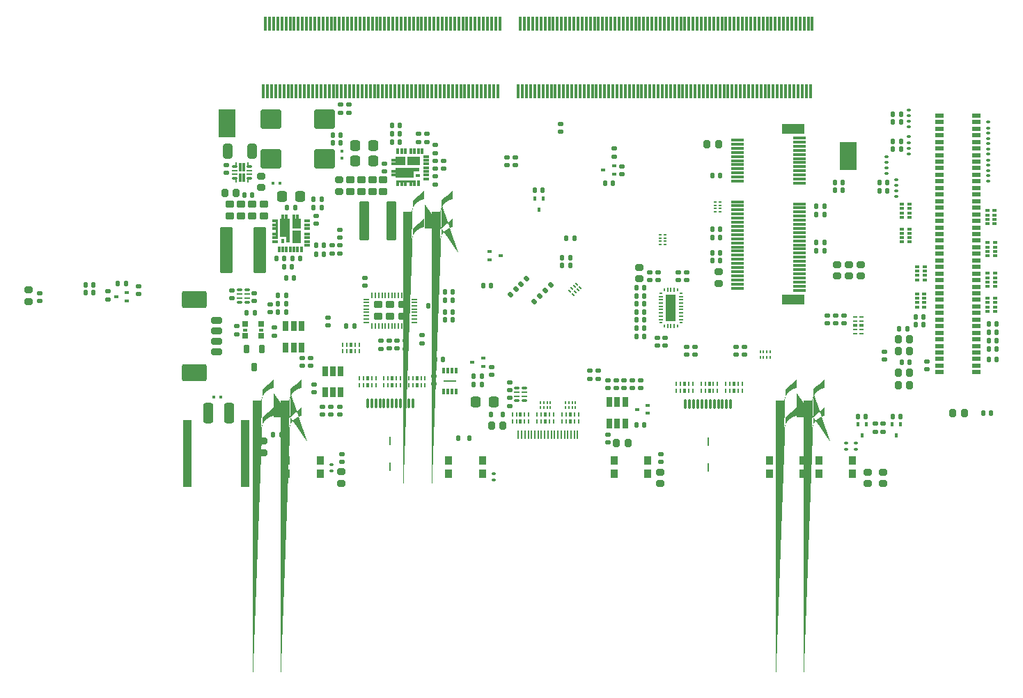
<source format=gbr>
%TF.GenerationSoftware,KiCad,Pcbnew,8.0.8*%
%TF.CreationDate,2025-02-13T16:32:42+11:00*%
%TF.ProjectId,jetson-orin-baseboard,6a657473-6f6e-42d6-9f72-696e2d626173,1.3.0*%
%TF.SameCoordinates,PX1c5f2f0PY7ac91b0*%
%TF.FileFunction,Paste,Top*%
%TF.FilePolarity,Positive*%
%FSLAX46Y46*%
G04 Gerber Fmt 4.6, Leading zero omitted, Abs format (unit mm)*
G04 Created by KiCad (PCBNEW 8.0.8) date 2025-02-13 16:32:42*
%MOMM*%
%LPD*%
G01*
G04 APERTURE LIST*
G04 Aperture macros list*
%AMRoundRect*
0 Rectangle with rounded corners*
0 $1 Rounding radius*
0 $2 $3 $4 $5 $6 $7 $8 $9 X,Y pos of 4 corners*
0 Add a 4 corners polygon primitive as box body*
4,1,4,$2,$3,$4,$5,$6,$7,$8,$9,$2,$3,0*
0 Add four circle primitives for the rounded corners*
1,1,$1+$1,$2,$3*
1,1,$1+$1,$4,$5*
1,1,$1+$1,$6,$7*
1,1,$1+$1,$8,$9*
0 Add four rect primitives between the rounded corners*
20,1,$1+$1,$2,$3,$4,$5,0*
20,1,$1+$1,$4,$5,$6,$7,0*
20,1,$1+$1,$6,$7,$8,$9,0*
20,1,$1+$1,$8,$9,$2,$3,0*%
%AMFreePoly0*
4,1,69,1.334684,1.166810,1.362274,1.139220,1.377206,1.103172,1.379127,1.083663,1.379127,0.250195,1.377206,0.230686,1.362274,0.194638,1.334684,0.167048,1.298636,0.152116,1.292905,0.152116,1.288653,0.149890,1.171476,0.123596,0.945586,0.041984,0.731769,-0.067421,0.533428,-0.202877,0.353722,-0.362228,0.195510,-0.542938,0.061310,-0.742130,-0.046742,-0.956635,-0.126925,-1.183037,
-0.152478,-1.300377,-0.152479,-1.300377,-0.154302,-1.303915,-0.167048,-1.334684,-0.173475,-1.341111,-0.176195,-1.346388,-0.183352,-1.350988,-0.194638,-1.362274,-0.212278,-1.369581,-0.219740,-1.374377,-0.224392,-1.374598,-0.230686,-1.377206,-0.250195,-1.379127,-1.083663,-1.379127,-1.097101,-1.377803,-1.098734,-1.377985,-1.099740,-1.377543,-1.103172,-1.377206,-1.139220,-1.362274,-1.142841,-1.358652,
-1.146144,-1.357205,-1.151300,-1.350193,-1.166810,-1.334684,-1.172101,-1.321908,-1.176812,-1.315504,-1.177564,-1.308720,-1.181742,-1.298636,-1.181742,-1.271076,-1.182521,-1.264056,-1.182520,-1.264056,-1.181742,-1.260294,-1.181742,-1.259618,-1.181462,-1.258943,-1.120277,-0.963088,-1.026745,-0.670328,-0.902959,-0.389021,-0.750293,-0.122284,-0.570435,0.126931,-0.365380,0.355860,-0.137398,0.561969,
0.110984,0.742973,0.377015,0.896868,0.657748,1.021949,0.950073,1.116830,1.250752,1.180461,1.255346,1.179972,1.259618,1.181742,1.298636,1.181742,1.334684,1.166810,1.334684,1.166810,$1*%
%AMFreePoly1*
4,1,5,0.300000,-0.300000,-0.300000,-0.300000,-0.300000,0.300000,0.300000,0.300000,0.300000,-0.300000,0.300000,-0.300000,$1*%
%AMFreePoly2*
4,1,15,2.200000,0.087500,0.150000,0.087500,0.150000,-0.287500,0.144291,-0.316201,0.128033,-0.340533,0.103701,-0.356791,0.075000,-0.362500,-0.075000,-0.362500,-0.103701,-0.356791,-0.128033,-0.340533,-0.144291,-0.316201,-0.150000,-0.287500,-0.150000,0.362500,2.200000,0.362500,2.200000,0.087500,2.200000,0.087500,$1*%
%AMFreePoly3*
4,1,9,1.825000,0.245000,1.175000,0.245000,1.175000,-0.500000,0.500000,-0.500000,-0.500000,-0.500000,-1.000000,-0.500000,-1.000000,0.700000,1.825000,0.700000,1.825000,0.245000,1.825000,0.245000,$1*%
G04 Aperture macros list end*
%ADD10RoundRect,0.147500X0.172500X-0.147500X0.172500X0.147500X-0.172500X0.147500X-0.172500X-0.147500X0*%
%ADD11RoundRect,0.147500X-0.147500X-0.172500X0.147500X-0.172500X0.147500X0.172500X-0.147500X0.172500X0*%
%ADD12RoundRect,0.147500X-0.172500X0.147500X-0.172500X-0.147500X0.172500X-0.147500X0.172500X0.147500X0*%
%ADD13RoundRect,0.160000X0.240000X0.340000X-0.240000X0.340000X-0.240000X-0.340000X0.240000X-0.340000X0*%
%ADD14RoundRect,0.160000X-0.240000X-0.340000X0.240000X-0.340000X0.240000X0.340000X-0.240000X0.340000X0*%
%ADD15RoundRect,0.062500X-0.062500X-0.212500X0.062500X-0.212500X0.062500X0.212500X-0.062500X0.212500X0*%
%ADD16RoundRect,0.100000X-0.100000X-0.175000X0.100000X-0.175000X0.100000X0.175000X-0.100000X0.175000X0*%
%ADD17RoundRect,0.075000X0.175000X-0.075000X0.175000X0.075000X-0.175000X0.075000X-0.175000X-0.075000X0*%
%ADD18RoundRect,0.160000X0.390000X-0.240000X0.390000X0.240000X-0.390000X0.240000X-0.390000X-0.240000X0*%
%ADD19RoundRect,0.075000X-0.175000X0.075000X-0.175000X-0.075000X0.175000X-0.075000X0.175000X0.075000X0*%
%ADD20RoundRect,0.100000X0.150000X-0.100000X0.150000X0.100000X-0.150000X0.100000X-0.150000X-0.100000X0*%
%ADD21RoundRect,0.155000X0.620000X2.645000X-0.620000X2.645000X-0.620000X-2.645000X0.620000X-2.645000X0*%
%ADD22R,0.510000X0.400000*%
%ADD23RoundRect,0.300000X-0.300000X-0.350000X0.300000X-0.350000X0.300000X0.350000X-0.300000X0.350000X0*%
%ADD24RoundRect,0.125000X0.125000X0.175000X-0.125000X0.175000X-0.125000X-0.175000X0.125000X-0.175000X0*%
%ADD25RoundRect,0.147500X0.147500X0.172500X-0.147500X0.172500X-0.147500X-0.172500X0.147500X-0.172500X0*%
%ADD26RoundRect,0.100000X-0.150000X0.100000X-0.150000X-0.100000X0.150000X-0.100000X0.150000X0.100000X0*%
%ADD27RoundRect,0.160000X-0.340000X0.240000X-0.340000X-0.240000X0.340000X-0.240000X0.340000X0.240000X0*%
%ADD28RoundRect,0.160000X0.340000X-0.240000X0.340000X0.240000X-0.340000X0.240000X-0.340000X-0.240000X0*%
%ADD29FreePoly0,0.000000*%
%ADD30FreePoly0,90.000000*%
%ADD31FreePoly0,270.000000*%
%ADD32FreePoly0,180.000000*%
%ADD33R,0.400000X0.510000*%
%ADD34RoundRect,0.081250X0.118750X0.081250X-0.118750X0.081250X-0.118750X-0.081250X0.118750X-0.081250X0*%
%ADD35R,0.900000X1.000000*%
%ADD36R,0.300000X1.750000*%
%ADD37R,2.000000X3.500000*%
%ADD38RoundRect,0.160000X-0.390000X0.240000X-0.390000X-0.240000X0.390000X-0.240000X0.390000X0.240000X0*%
%ADD39RoundRect,0.050000X-0.050000X-0.450000X0.050000X-0.450000X0.050000X0.450000X-0.050000X0.450000X0*%
%ADD40RoundRect,0.075000X-0.075000X-0.525000X0.075000X-0.525000X0.075000X0.525000X-0.075000X0.525000X0*%
%ADD41RoundRect,0.062500X-0.212500X0.062500X-0.212500X-0.062500X0.212500X-0.062500X0.212500X0.062500X0*%
%ADD42RoundRect,0.100000X-0.175000X0.100000X-0.175000X-0.100000X0.175000X-0.100000X0.175000X0.100000X0*%
%ADD43FreePoly1,270.000000*%
%ADD44R,0.600000X0.400000*%
%ADD45RoundRect,0.050000X-0.050000X-0.150000X0.050000X-0.150000X0.050000X0.150000X-0.050000X0.150000X0*%
%ADD46R,0.700000X1.200000*%
%ADD47RoundRect,0.075000X-0.075000X-0.287500X0.075000X-0.287500X0.075000X0.287500X-0.075000X0.287500X0*%
%ADD48FreePoly2,270.000000*%
%ADD49RoundRect,0.075000X-0.287500X0.075000X-0.287500X-0.075000X0.287500X-0.075000X0.287500X0.075000X0*%
%ADD50R,1.050000X1.575000*%
%ADD51R,1.050000X1.150000*%
%ADD52FreePoly3,270.000000*%
%ADD53R,0.380000X0.580000*%
%ADD54RoundRect,0.075000X-0.225000X-0.075000X0.225000X-0.075000X0.225000X0.075000X-0.225000X0.075000X0*%
%ADD55RoundRect,0.062500X-0.237500X-0.062500X0.237500X-0.062500X0.237500X0.062500X-0.237500X0.062500X0*%
%ADD56RoundRect,0.125000X-0.125000X-0.175000X0.125000X-0.175000X0.125000X0.175000X-0.125000X0.175000X0*%
%ADD57RoundRect,0.147500X-0.017678X0.226274X-0.226274X0.017678X0.017678X-0.226274X0.226274X-0.017678X0*%
%ADD58RoundRect,0.147500X0.017678X-0.226274X0.226274X-0.017678X-0.017678X0.226274X-0.226274X0.017678X0*%
%ADD59R,0.450000X0.200000*%
%ADD60R,0.500000X0.200000*%
%ADD61R,0.200000X0.450000*%
%ADD62R,0.200000X0.500000*%
%ADD63R,1.200000X3.200000*%
%ADD64RoundRect,0.233000X-1.017000X-0.932000X1.017000X-0.932000X1.017000X0.932000X-1.017000X0.932000X0*%
%ADD65RoundRect,0.081250X0.081250X-0.118750X0.081250X0.118750X-0.081250X0.118750X-0.081250X-0.118750X0*%
%ADD66RoundRect,0.090000X-0.210000X0.410000X-0.210000X-0.410000X0.210000X-0.410000X0.210000X0.410000X0*%
%ADD67RoundRect,0.075000X0.075000X0.275000X-0.075000X0.275000X-0.075000X-0.275000X0.075000X-0.275000X0*%
%ADD68RoundRect,0.050000X-0.750000X0.050000X-0.750000X-0.050000X0.750000X-0.050000X0.750000X0.050000X0*%
%ADD69RoundRect,0.200000X-0.450000X0.200000X-0.450000X-0.200000X0.450000X-0.200000X0.450000X0.200000X0*%
%ADD70RoundRect,0.250001X-1.249999X0.799999X-1.249999X-0.799999X1.249999X-0.799999X1.249999X0.799999X0*%
%ADD71RoundRect,0.081250X-0.118750X-0.081250X0.118750X-0.081250X0.118750X0.081250X-0.118750X0.081250X0*%
%ADD72RoundRect,0.050000X-0.070711X0.141421X-0.141421X0.070711X0.070711X-0.141421X0.141421X-0.070711X0*%
%ADD73RoundRect,0.050000X-0.250000X0.050000X-0.250000X-0.050000X0.250000X-0.050000X0.250000X0.050000X0*%
%ADD74RoundRect,0.050000X-0.050000X-0.250000X0.050000X-0.250000X0.050000X0.250000X-0.050000X0.250000X0*%
%ADD75RoundRect,0.050000X0.250000X-0.050000X0.250000X0.050000X-0.250000X0.050000X-0.250000X-0.050000X0*%
%ADD76RoundRect,0.050000X0.050000X0.250000X-0.050000X0.250000X-0.050000X-0.250000X0.050000X-0.250000X0*%
%ADD77RoundRect,0.040000X-0.460000X-0.360000X0.460000X-0.360000X0.460000X0.360000X-0.460000X0.360000X0*%
%ADD78R,0.230000X1.000000*%
%ADD79R,1.100000X0.500000*%
%ADD80RoundRect,0.050000X-0.150000X0.050000X-0.150000X-0.050000X0.150000X-0.050000X0.150000X0.050000X0*%
%ADD81RoundRect,0.310000X0.310000X-0.940000X0.310000X0.940000X-0.310000X0.940000X-0.310000X-0.940000X0*%
%ADD82RoundRect,0.275000X-0.275000X-3.825000X0.275000X-3.825000X0.275000X3.825000X-0.275000X3.825000X0*%
%ADD83RoundRect,0.075000X0.287500X-0.075000X0.287500X0.075000X-0.287500X0.075000X-0.287500X-0.075000X0*%
%ADD84FreePoly2,0.000000*%
%ADD85R,1.575000X1.050000*%
%ADD86R,1.150000X1.050000*%
%ADD87FreePoly3,0.000000*%
%ADD88R,0.580000X0.380000*%
%ADD89RoundRect,0.125000X0.500000X2.225000X-0.500000X2.225000X-0.500000X-2.225000X0.500000X-2.225000X0*%
%ADD90R,1.550000X0.300000*%
%ADD91R,2.750000X1.200000*%
%ADD92RoundRect,0.050000X0.250000X0.087500X-0.250000X0.087500X-0.250000X-0.087500X0.250000X-0.087500X0*%
%ADD93RoundRect,0.050000X0.062500X0.275000X-0.062500X0.275000X-0.062500X-0.275000X0.062500X-0.275000X0*%
%ADD94RoundRect,0.050000X0.090000X0.480000X-0.090000X0.480000X-0.090000X-0.480000X0.090000X-0.480000X0*%
%ADD95RoundRect,0.050000X0.250000X0.075000X-0.250000X0.075000X-0.250000X-0.075000X0.250000X-0.075000X0*%
%ADD96RoundRect,0.050000X-0.250000X-0.075000X0.250000X-0.075000X0.250000X0.075000X-0.250000X0.075000X0*%
%ADD97RoundRect,0.287500X-0.287500X-0.612500X0.287500X-0.612500X0.287500X0.612500X-0.287500X0.612500X0*%
G04 APERTURE END LIST*
D10*
%TO.C,R154*%
X2400000Y23070000D03*
X2400000Y24030000D03*
%TD*%
D11*
%TO.C,R115*%
X74920000Y23700000D03*
X75880000Y23700000D03*
%TD*%
D12*
%TO.C,R240*%
X51480000Y40100000D03*
X51480000Y39140000D03*
%TD*%
D13*
%TO.C,C74*%
X73900000Y5800000D03*
X72500000Y5800000D03*
%TD*%
D10*
%TO.C,R223*%
X104950000Y7170000D03*
X104950000Y8130000D03*
%TD*%
D14*
%TO.C,R233*%
X106750000Y18450000D03*
X108150000Y18450000D03*
%TD*%
D12*
%TO.C,C57*%
X38850000Y10230000D03*
X38850000Y9270000D03*
%TD*%
D13*
%TO.C,R235*%
X108150000Y14350000D03*
X106750000Y14350000D03*
%TD*%
D15*
%TO.C,U13*%
X39250000Y16995531D03*
X39750000Y16995531D03*
D16*
X40250000Y16995531D03*
D15*
X40748000Y16995531D03*
X41248000Y16995531D03*
X41248000Y17767531D03*
X40748000Y17767531D03*
D16*
X40250000Y17767531D03*
D15*
X39750000Y17767531D03*
X39250000Y17767531D03*
%TD*%
D17*
%TO.C,D61*%
X57550000Y1349000D03*
X57550000Y2049000D03*
%TD*%
D18*
%TO.C,C120*%
X26890000Y33420000D03*
X26890000Y34820000D03*
%TD*%
D19*
%TO.C,D40*%
X117700000Y40901000D03*
X117700000Y40201000D03*
%TD*%
D12*
%TO.C,R47*%
X73200000Y39430000D03*
X73200000Y38470000D03*
%TD*%
D20*
%TO.C,R53*%
X108100000Y30228000D03*
X108100000Y30758000D03*
X108100000Y31300000D03*
X108100000Y31830000D03*
X107198000Y31830000D03*
X107198000Y31300000D03*
X107198000Y30758000D03*
X107198000Y30228000D03*
%TD*%
D15*
%TO.C,U15*%
X41250000Y12863000D03*
X41750000Y12863000D03*
D16*
X42250000Y12863000D03*
D15*
X42748000Y12863000D03*
X43248000Y12863000D03*
X43248000Y13635000D03*
X42748000Y13635000D03*
D16*
X42250000Y13635000D03*
D15*
X41750000Y13635000D03*
X41250000Y13635000D03*
%TD*%
D14*
%TO.C,R248*%
X113400000Y9450000D03*
X114800000Y9450000D03*
%TD*%
D12*
%TO.C,R232*%
X70300000Y14580000D03*
X70300000Y13620000D03*
%TD*%
D11*
%TO.C,C36*%
X49670000Y22500000D03*
X50630000Y22500000D03*
%TD*%
D12*
%TO.C,C75*%
X71450000Y6830000D03*
X71450000Y5870000D03*
%TD*%
D10*
%TO.C,C73*%
X71450000Y12470000D03*
X71450000Y13430000D03*
%TD*%
D21*
%TO.C,L4*%
X29150000Y29265000D03*
X25100000Y29265000D03*
%TD*%
D22*
%TO.C,Q17*%
X13009000Y23065000D03*
X13009000Y24063000D03*
X11707000Y23565000D03*
%TD*%
D20*
%TO.C,R26*%
X108100000Y33238000D03*
X108100000Y33768000D03*
X108100000Y34310000D03*
X108100000Y34840000D03*
X107198000Y34840000D03*
X107198000Y34310000D03*
X107198000Y33768000D03*
X107198000Y33238000D03*
%TD*%
D22*
%TO.C,Q2*%
X57100000Y29050000D03*
X57100000Y28052000D03*
X58402000Y28550000D03*
%TD*%
D12*
%TO.C,R125*%
X80050000Y26580000D03*
X80050000Y25620000D03*
%TD*%
D11*
%TO.C,R173*%
X45190000Y44410000D03*
X46150000Y44410000D03*
%TD*%
D23*
%TO.C,C152*%
X31830000Y35800000D03*
X34030000Y35800000D03*
%TD*%
D15*
%TO.C,U46*%
X59850000Y8463000D03*
X60350000Y8463000D03*
D16*
X60850000Y8463000D03*
D15*
X61348000Y8463000D03*
X61848000Y8463000D03*
X61848000Y9235000D03*
X61348000Y9235000D03*
D16*
X60850000Y9235000D03*
D15*
X60350000Y9235000D03*
X59850000Y9235000D03*
%TD*%
D11*
%TO.C,R55*%
X108870000Y21150000D03*
X109830000Y21150000D03*
%TD*%
D12*
%TO.C,R242*%
X69300000Y14580000D03*
X69300000Y13620000D03*
%TD*%
D10*
%TO.C,C71*%
X82050000Y16520000D03*
X82050000Y17480000D03*
%TD*%
D24*
%TO.C,D38*%
X58651000Y9250000D03*
X57251000Y9250000D03*
%TD*%
D25*
%TO.C,R336*%
X118730000Y17250000D03*
X117770000Y17250000D03*
%TD*%
D26*
%TO.C,R100*%
X117650000Y30152000D03*
X117650000Y29622000D03*
X117650000Y29080000D03*
X117650000Y28550000D03*
X118552000Y28550000D03*
X118552000Y29080000D03*
X118552000Y29622000D03*
X118552000Y30152000D03*
%TD*%
D12*
%TO.C,C102*%
X36000000Y33410000D03*
X36000000Y32450000D03*
%TD*%
D19*
%TO.C,D46*%
X117700000Y43501000D03*
X117700000Y42801000D03*
%TD*%
D27*
%TO.C,D53*%
X29550000Y4650000D03*
X29550000Y6050000D03*
%TD*%
D28*
%TO.C,C66*%
X75300000Y25750000D03*
X75300000Y27150000D03*
%TD*%
D29*
%TO.C,H2*%
X93075000Y12337500D03*
D30*
X93075000Y8937500D03*
D31*
X96475000Y12337500D03*
D32*
X96475000Y8937500D03*
%TD*%
D12*
%TO.C,R250*%
X26350000Y19980000D03*
X26350000Y19020000D03*
%TD*%
D33*
%TO.C,Q3*%
X63600000Y35500000D03*
X62602000Y35500000D03*
X63100000Y34198000D03*
%TD*%
D17*
%TO.C,D56*%
X100440000Y5059000D03*
X100440000Y5759000D03*
%TD*%
D34*
%TO.C,D28*%
X24413000Y11350000D03*
X23539000Y11350000D03*
%TD*%
D10*
%TO.C,R177*%
X49480000Y42390000D03*
X49480000Y43350000D03*
%TD*%
D25*
%TO.C,C9*%
X97780000Y34550000D03*
X96820000Y34550000D03*
%TD*%
D15*
%TO.C,U45*%
X62875000Y8463000D03*
X63375000Y8463000D03*
D16*
X63875000Y8463000D03*
D15*
X64373000Y8463000D03*
X64873000Y8463000D03*
X64873000Y9235000D03*
X64373000Y9235000D03*
D16*
X63875000Y9235000D03*
D15*
X63375000Y9235000D03*
X62875000Y9235000D03*
%TD*%
D12*
%TO.C,C37*%
X48870000Y18890000D03*
X48870000Y17930000D03*
%TD*%
%TO.C,C121*%
X44320000Y39790000D03*
X44320000Y38830000D03*
%TD*%
D23*
%TO.C,FB4*%
X55400000Y10800000D03*
X57600000Y10800000D03*
%TD*%
D35*
%TO.C,S2*%
X95198000Y2050000D03*
X91100000Y2050000D03*
X95198000Y3652000D03*
X91100000Y3652000D03*
%TD*%
D11*
%TO.C,R200*%
X74924938Y18750000D03*
X75884938Y18750000D03*
%TD*%
%TO.C,C114*%
X117770000Y15960000D03*
X118730000Y15960000D03*
%TD*%
D12*
%TO.C,R186*%
X98150000Y21330000D03*
X98150000Y20370000D03*
%TD*%
D36*
%TO.C,J15*%
X96325000Y56753500D03*
X96075000Y48553500D03*
X95825000Y56753500D03*
X95575000Y48553500D03*
X95325000Y56753500D03*
X95075000Y48553500D03*
X94826000Y56753500D03*
X94576000Y48553500D03*
X94326000Y56753500D03*
X94076000Y48553500D03*
X93826000Y56753500D03*
X93576000Y48553500D03*
X93326000Y56753500D03*
X93076000Y48553500D03*
X92826000Y56753500D03*
X92576000Y48553500D03*
X92326000Y56753500D03*
X92076000Y48553500D03*
X91826000Y56753500D03*
X91576000Y48553500D03*
X91326000Y56753500D03*
X91076000Y48553500D03*
X90826000Y56753500D03*
X90576000Y48553500D03*
X90326000Y56753500D03*
X90076000Y48553500D03*
X89826000Y56753500D03*
X89576000Y48553500D03*
X89326000Y56753500D03*
X89076000Y48553500D03*
X88826000Y56753500D03*
X88576000Y48553500D03*
X88326000Y56753500D03*
X88076000Y48553500D03*
X87826000Y56753500D03*
X87576000Y48553500D03*
X87326000Y56753500D03*
X87076000Y48553500D03*
X86826000Y56753500D03*
X86576000Y48553500D03*
X86326000Y56753500D03*
X86076000Y48553500D03*
X85826000Y56753500D03*
X85576000Y48553500D03*
X85326000Y56753500D03*
X85076000Y48553500D03*
X84826000Y56753500D03*
X84576000Y48553500D03*
X84326000Y56753500D03*
X84076000Y48553500D03*
X83826000Y56753500D03*
X83576000Y48553500D03*
X83326000Y56753500D03*
X83076000Y48553500D03*
X82826000Y56753500D03*
X82576000Y48553500D03*
X82326000Y56753500D03*
X82076000Y48553500D03*
X81826000Y56753500D03*
X81576000Y48553500D03*
X81326000Y56753500D03*
X81076000Y48553500D03*
X80826000Y56753500D03*
X80576000Y48553500D03*
X80326000Y56753500D03*
X80076000Y48553500D03*
X79826000Y56753500D03*
X79576000Y48553500D03*
X79326000Y56753500D03*
X79076000Y48553500D03*
X78826000Y56753500D03*
X78576000Y48553500D03*
X78326000Y56753500D03*
X78076000Y48553500D03*
X77826000Y56753500D03*
X77576000Y48553500D03*
X77326000Y56753500D03*
X77076000Y48553500D03*
X76826000Y56753500D03*
X76576000Y48553500D03*
X76326000Y56753500D03*
X76076000Y48553500D03*
X75826000Y56753500D03*
X75576000Y48553500D03*
X75326000Y56753500D03*
X75076000Y48553500D03*
X74826000Y56753500D03*
X74576000Y48553500D03*
X74326000Y56753500D03*
X74076000Y48553500D03*
X73826000Y56753500D03*
X73576000Y48553500D03*
X73326000Y56753500D03*
X73076000Y48553500D03*
X72826000Y56753500D03*
X72576000Y48553500D03*
X72326000Y56753500D03*
X72076000Y48553500D03*
X71826000Y56753500D03*
X71576000Y48553500D03*
X71326000Y56753500D03*
X71076000Y48553500D03*
X70825000Y56753500D03*
X70575000Y48553500D03*
X70325000Y56753500D03*
X70075000Y48553500D03*
X69825000Y56753500D03*
X69575000Y48553500D03*
X69325000Y56753500D03*
X69075000Y48553500D03*
X68825000Y56753500D03*
X68575000Y48553500D03*
X68325000Y56753500D03*
X68076000Y48553500D03*
X67826000Y56753500D03*
X67576000Y48553500D03*
X67326000Y56753500D03*
X67076000Y48553500D03*
X66826000Y56753500D03*
X66576000Y48553500D03*
X66326000Y56753500D03*
X66076000Y48553500D03*
X65826000Y56753500D03*
X65576000Y48553500D03*
X65326000Y56753500D03*
X65076000Y48553500D03*
X64826000Y56753500D03*
X64576000Y48553500D03*
X64326000Y56753500D03*
X64076000Y48553500D03*
X63825000Y56753500D03*
X63575000Y48553500D03*
X63325000Y56753500D03*
X63075000Y48553500D03*
X62825000Y56753500D03*
X62576000Y48553500D03*
X62326000Y56753500D03*
X62076000Y48553500D03*
X61825000Y56753500D03*
X61575000Y48553500D03*
X61325000Y56753500D03*
X61075000Y48553500D03*
X60826000Y56753500D03*
X60576000Y48553500D03*
X58326000Y56753500D03*
X58076000Y48553500D03*
X57826000Y56753500D03*
X57576000Y48553500D03*
X57326000Y56753500D03*
X57076000Y48553500D03*
X56826000Y56753500D03*
X56576000Y48553500D03*
X56326000Y56753500D03*
X56076000Y48553500D03*
X55826000Y56753500D03*
X55576000Y48553500D03*
X55326000Y56753500D03*
X55076000Y48553500D03*
X54825000Y56753500D03*
X54575000Y48553500D03*
X54325000Y56753500D03*
X54075000Y48553500D03*
X53825000Y56753500D03*
X53575000Y48553500D03*
X53325000Y56753500D03*
X53075000Y48553500D03*
X52825000Y56753500D03*
X52575000Y48553500D03*
X52325000Y56753500D03*
X52075000Y48553500D03*
X51825000Y56753500D03*
X51575000Y48553500D03*
X51325000Y56753500D03*
X51075000Y48553500D03*
X50825000Y56753500D03*
X50575000Y48553500D03*
X50325000Y56753500D03*
X50075000Y48553500D03*
X49825000Y56753500D03*
X49575000Y48553500D03*
X49325000Y56753500D03*
X49075000Y48553500D03*
X48825000Y56753500D03*
X48575000Y48553500D03*
X48325000Y56753500D03*
X48075000Y48553500D03*
X47825000Y56753500D03*
X47575000Y48553500D03*
X47325000Y56753500D03*
X47075000Y48553500D03*
X46826000Y56753500D03*
X46576000Y48553500D03*
X46326000Y56753500D03*
X46076000Y48553500D03*
X45826000Y56753500D03*
X45576000Y48553500D03*
X45326000Y56753500D03*
X45076000Y48553500D03*
X44826000Y56753500D03*
X44576000Y48553500D03*
X44326000Y56753500D03*
X44076000Y48553500D03*
X43826000Y56753500D03*
X43576000Y48553500D03*
X43326000Y56753500D03*
X43076000Y48553500D03*
X42826000Y56753500D03*
X42576000Y48553500D03*
X42326000Y56753500D03*
X42076000Y48553500D03*
X41826000Y56753500D03*
X41576000Y48553500D03*
X41326000Y56753500D03*
X41076000Y48553500D03*
X40826000Y56753500D03*
X40576000Y48553500D03*
X40326000Y56753500D03*
X40076000Y48553500D03*
X39826000Y56753500D03*
X39576000Y48553500D03*
X39326000Y56753500D03*
X39076000Y48553500D03*
X38826000Y56753500D03*
X38576000Y48553500D03*
X38326000Y56753500D03*
X38076000Y48553500D03*
X37826000Y56753500D03*
X37576000Y48553500D03*
X37326000Y56753500D03*
X37076000Y48553500D03*
X36826000Y56753500D03*
X36576000Y48553500D03*
X36326000Y56753500D03*
X36076000Y48553500D03*
X35826000Y56753500D03*
X35576000Y48553500D03*
X35326000Y56753500D03*
X35076000Y48553500D03*
X34826000Y56753500D03*
X34576000Y48553500D03*
X34326000Y56753500D03*
X34076000Y48553500D03*
X33826000Y56753500D03*
X33576000Y48553500D03*
X33326000Y56753500D03*
X33076000Y48553500D03*
X32826000Y56753500D03*
X32576000Y48553500D03*
X32326000Y56753500D03*
X32076000Y48553500D03*
X31826000Y56753500D03*
X31576000Y48553500D03*
X31326000Y56753500D03*
X31076000Y48553500D03*
X30825000Y56753500D03*
X30575000Y48553500D03*
X30325000Y56753500D03*
X30075000Y48553500D03*
X29825000Y56753500D03*
X29575000Y48553500D03*
D37*
X25200000Y44654500D03*
X100700000Y40654500D03*
%TD*%
D22*
%TO.C,Q1*%
X72200000Y38500000D03*
X72200000Y39498000D03*
X70898000Y39000000D03*
%TD*%
D19*
%TO.C,D48*%
X108050000Y44951000D03*
X108050000Y44251000D03*
%TD*%
D11*
%TO.C,R49*%
X71120000Y37350000D03*
X72080000Y37350000D03*
%TD*%
%TO.C,R237*%
X35680000Y34400000D03*
X36640000Y34400000D03*
%TD*%
D25*
%TO.C,C35*%
X33280000Y25825000D03*
X32320000Y25825000D03*
%TD*%
D29*
%TO.C,SP7*%
X47800000Y35300000D03*
D30*
X47800000Y31900000D03*
D31*
X51200000Y35300000D03*
D32*
X51200000Y31900000D03*
%TD*%
D11*
%TO.C,C125*%
X45190000Y42410000D03*
X46150000Y42410000D03*
%TD*%
D17*
%TO.C,D19*%
X106520000Y37139000D03*
X106520000Y37839000D03*
%TD*%
D25*
%TO.C,C112*%
X107080000Y45800000D03*
X106120000Y45800000D03*
%TD*%
D38*
%TO.C,C126*%
X41500000Y37780000D03*
X41500000Y36380000D03*
%TD*%
D25*
%TO.C,C55*%
X40630000Y20050000D03*
X39670000Y20050000D03*
%TD*%
D39*
%TO.C,J5*%
X83650080Y5970000D03*
X83650080Y2870000D03*
D40*
X80900080Y10550000D03*
X81400080Y10550000D03*
X81900080Y10550000D03*
X82400080Y10550000D03*
X82900080Y10550000D03*
X83400080Y10550000D03*
X83900080Y10550000D03*
X84400080Y10550000D03*
X84900080Y10550000D03*
X85400080Y10550000D03*
X85900080Y10550000D03*
X86400080Y10550000D03*
%TD*%
D10*
%TO.C,C164*%
X59550000Y10320000D03*
X59550000Y11280000D03*
%TD*%
%TO.C,R137*%
X73450000Y12470000D03*
X73450000Y13430000D03*
%TD*%
D12*
%TO.C,R39*%
X100150000Y21330000D03*
X100150000Y20370000D03*
%TD*%
D25*
%TO.C,R116*%
X75880000Y24650000D03*
X74920000Y24650000D03*
%TD*%
D12*
%TO.C,C61*%
X46850000Y18230000D03*
X46850000Y17270000D03*
%TD*%
D38*
%TO.C,C128*%
X42825000Y37780000D03*
X42825000Y36380000D03*
%TD*%
D12*
%TO.C,R277*%
X60200000Y40530000D03*
X60200000Y39570000D03*
%TD*%
%TO.C,R2*%
X38990000Y46920000D03*
X38990000Y45960000D03*
%TD*%
D25*
%TO.C,R14*%
X97780000Y29200000D03*
X96820000Y29200000D03*
%TD*%
%TO.C,R52*%
X100030000Y36550000D03*
X99070000Y36550000D03*
%TD*%
D11*
%TO.C,R120*%
X117770000Y20250000D03*
X118730000Y20250000D03*
%TD*%
D25*
%TO.C,R20*%
X100030000Y37500000D03*
X99070000Y37500000D03*
%TD*%
%TO.C,C113*%
X105440000Y37440000D03*
X104480000Y37440000D03*
%TD*%
D11*
%TO.C,R27*%
X84170000Y30750000D03*
X85130000Y30750000D03*
%TD*%
%TO.C,R62*%
X108870000Y20150000D03*
X109830000Y20150000D03*
%TD*%
D25*
%TO.C,C141*%
X52630000Y23150000D03*
X51670000Y23150000D03*
%TD*%
D19*
%TO.C,D42*%
X108050000Y41651000D03*
X108050000Y40951000D03*
%TD*%
D25*
%TO.C,R31*%
X85130000Y27950000D03*
X84170000Y27950000D03*
%TD*%
D41*
%TO.C,U30*%
X101563000Y21100000D03*
X101563000Y20600000D03*
D42*
X101563000Y20100000D03*
D41*
X101563000Y19602000D03*
X101563000Y19102000D03*
X102335000Y19102000D03*
X102335000Y19602000D03*
D42*
X102335000Y20100000D03*
D41*
X102335000Y20600000D03*
X102335000Y21100000D03*
%TD*%
D43*
%TO.C,Q13*%
X27402000Y20302000D03*
D44*
X27402000Y19552000D03*
D43*
X27402000Y18805000D03*
X29301000Y18805000D03*
D44*
X29301000Y19552000D03*
D43*
X29301000Y20302000D03*
%TD*%
D12*
%TO.C,C155*%
X50480000Y38190000D03*
X50480000Y37230000D03*
%TD*%
%TO.C,C157*%
X38920000Y29810000D03*
X38920000Y28850000D03*
%TD*%
D13*
%TO.C,C11*%
X84900000Y42100000D03*
X83500000Y42100000D03*
%TD*%
D10*
%TO.C,C67*%
X76550000Y25620000D03*
X76550000Y26580000D03*
%TD*%
D25*
%TO.C,C110*%
X107080000Y44800000D03*
X106120000Y44800000D03*
%TD*%
D11*
%TO.C,R228*%
X62570000Y36550000D03*
X63530000Y36550000D03*
%TD*%
D35*
%TO.C,S3*%
X101198000Y2050000D03*
X97100000Y2050000D03*
X101198000Y3652000D03*
X97100000Y3652000D03*
%TD*%
D12*
%TO.C,R264*%
X48420000Y43350000D03*
X48420000Y42390000D03*
%TD*%
%TO.C,R144*%
X30400000Y22680000D03*
X30400000Y21720000D03*
%TD*%
D17*
%TO.C,D45*%
X117700000Y44099000D03*
X117700000Y44799000D03*
%TD*%
D25*
%TO.C,C143*%
X52630000Y21750000D03*
X51670000Y21750000D03*
%TD*%
%TO.C,R163*%
X67380000Y30700000D03*
X66420000Y30700000D03*
%TD*%
D19*
%TO.C,D21*%
X106520000Y36471000D03*
X106520000Y35771000D03*
%TD*%
D45*
%TO.C,R21*%
X89996800Y16252000D03*
X90394800Y16252000D03*
X90796800Y16252000D03*
X91194800Y16252000D03*
X91194800Y16850000D03*
X90796800Y16850000D03*
X90394800Y16850000D03*
X89996800Y16850000D03*
%TD*%
D10*
%TO.C,C44*%
X28430000Y23060000D03*
X28430000Y24020000D03*
%TD*%
D11*
%TO.C,R269*%
X35980000Y28760000D03*
X36940000Y28760000D03*
%TD*%
D25*
%TO.C,R32*%
X85130000Y38350000D03*
X84170000Y38350000D03*
%TD*%
D46*
%TO.C,U12*%
X38967000Y14551000D03*
X38016000Y14551000D03*
X37066000Y14551000D03*
X37066000Y11951000D03*
X38016000Y11951000D03*
X38967000Y11951000D03*
%TD*%
D20*
%TO.C,R63*%
X109950000Y22348000D03*
X109950000Y22878000D03*
X109950000Y23420000D03*
X109950000Y23950000D03*
X109048000Y23950000D03*
X109048000Y23420000D03*
X109048000Y22878000D03*
X109048000Y22348000D03*
%TD*%
D28*
%TO.C,D1*%
X102250000Y27500000D03*
X102250000Y26100000D03*
%TD*%
D35*
%TO.C,S1*%
X72202000Y3650000D03*
X76300000Y3650000D03*
X72202000Y2048000D03*
X76300000Y2048000D03*
%TD*%
%TO.C,S5*%
X52102000Y3650000D03*
X56200000Y3650000D03*
X52102000Y2048000D03*
X56200000Y2048000D03*
%TD*%
D25*
%TO.C,C93*%
X34040000Y28230000D03*
X33080000Y28230000D03*
%TD*%
D28*
%TO.C,D52*%
X100800000Y27500000D03*
X100800000Y26100000D03*
%TD*%
D47*
%TO.C,U1*%
X33745000Y33255000D03*
X33295000Y33255000D03*
X32395000Y33255000D03*
X31945000Y33255000D03*
D48*
X30980000Y32790000D03*
D49*
X30980000Y32340000D03*
X30980000Y31890000D03*
X30980000Y31190000D03*
X30980000Y30740000D03*
X30985000Y30290000D03*
D47*
X31495000Y29375000D03*
X31945000Y29375000D03*
X32395000Y29375000D03*
X32845000Y29375000D03*
X33295000Y29375000D03*
X33745000Y29375000D03*
X34195000Y29375000D03*
D49*
X34860000Y29840000D03*
X34860000Y30290000D03*
X34860000Y30740000D03*
X34860000Y31190000D03*
X34860000Y31890000D03*
X34860000Y32340000D03*
X34860000Y32790000D03*
D50*
X33670000Y30825000D03*
D51*
X33670000Y32490000D03*
D52*
X32145000Y32065000D03*
D53*
X31930000Y30330000D03*
%TD*%
D54*
%TO.C,U43*%
X61300000Y11000000D03*
D55*
X61300000Y11500000D03*
X61300000Y12000000D03*
D54*
X61300000Y12500000D03*
X60400000Y12500000D03*
D55*
X60400000Y12000000D03*
X60400000Y11500000D03*
D54*
X60400000Y11000000D03*
%TD*%
D12*
%TO.C,C63*%
X45850000Y18262531D03*
X45850000Y17302531D03*
%TD*%
%TO.C,R66*%
X105100000Y16930000D03*
X105100000Y15970000D03*
%TD*%
D56*
%TO.C,D63*%
X53259000Y6350000D03*
X54659000Y6350000D03*
%TD*%
D57*
%TO.C,R220*%
X61609411Y25809411D03*
X60930589Y25130589D03*
%TD*%
D10*
%TO.C,R118*%
X78425000Y17645000D03*
X78425000Y18605000D03*
%TD*%
D18*
%TO.C,C129*%
X28250000Y33420000D03*
X28250000Y34820000D03*
%TD*%
D15*
%TO.C,U19*%
X85800000Y12184251D03*
X86300000Y12184251D03*
D16*
X86800000Y12184251D03*
D15*
X87298000Y12184251D03*
X87798000Y12184251D03*
X87798000Y12956251D03*
X87298000Y12956251D03*
D16*
X86800000Y12956251D03*
D15*
X86300000Y12956251D03*
X85800000Y12956251D03*
%TD*%
D29*
%TO.C,H1*%
X29475000Y12350000D03*
D30*
X29475000Y8950000D03*
D31*
X32875000Y12350000D03*
D32*
X32875000Y8950000D03*
%TD*%
D11*
%TO.C,R76*%
X31370000Y23750000D03*
X32330000Y23750000D03*
%TD*%
D12*
%TO.C,R185*%
X14391000Y24836000D03*
X14391000Y23876000D03*
%TD*%
D15*
%TO.C,U44*%
X65925000Y8463000D03*
X66425000Y8463000D03*
D16*
X66925000Y8463000D03*
D15*
X67423000Y8463000D03*
X67923000Y8463000D03*
X67923000Y9235000D03*
X67423000Y9235000D03*
D16*
X66925000Y9235000D03*
D15*
X66425000Y9235000D03*
X65925000Y9235000D03*
%TD*%
D11*
%TO.C,R159*%
X32090000Y27230000D03*
X33050000Y27230000D03*
%TD*%
D12*
%TO.C,R158*%
X35300000Y16130000D03*
X35300000Y15170000D03*
%TD*%
D58*
%TO.C,R209*%
X62500589Y23000589D03*
X63179411Y23679411D03*
%TD*%
D11*
%TO.C,R203*%
X74924938Y22705000D03*
X75884938Y22705000D03*
%TD*%
D59*
%TO.C,U17*%
X77907938Y24014000D03*
D60*
X77936938Y23615000D03*
X77936938Y23215000D03*
X77936938Y22814000D03*
X77936938Y22415000D03*
X77936938Y22014000D03*
X77936938Y21615000D03*
X77936938Y21215000D03*
X77936938Y20814000D03*
D59*
X77907938Y20415000D03*
D61*
X78335938Y20014000D03*
D62*
X78736938Y20014000D03*
X79136938Y20014000D03*
X79535938Y20014000D03*
D61*
X79936938Y20014000D03*
D59*
X80361938Y20415000D03*
D60*
X80335938Y20814000D03*
X80335938Y21215000D03*
X80335938Y21615000D03*
X80335938Y22014000D03*
X80335938Y22415000D03*
X80335938Y22814000D03*
X80335938Y23215000D03*
X80335938Y23615000D03*
D59*
X80361938Y24014000D03*
D61*
X79936938Y24415000D03*
D62*
X79535938Y24415000D03*
X79136938Y24415000D03*
X78736938Y24415000D03*
D61*
X78335938Y24415000D03*
D63*
X79136938Y22215000D03*
%TD*%
D12*
%TO.C,C123*%
X50480000Y40100000D03*
X50480000Y39140000D03*
%TD*%
%TO.C,R139*%
X72450000Y13430000D03*
X72450000Y12470000D03*
%TD*%
D14*
%TO.C,R172*%
X24890000Y36160000D03*
X26290000Y36160000D03*
%TD*%
D54*
%TO.C,U33*%
X27600000Y22900000D03*
D55*
X27600000Y23400000D03*
X27600000Y23900000D03*
D54*
X27600000Y24400000D03*
X26700000Y24400000D03*
D55*
X26700000Y23900000D03*
X26700000Y23400000D03*
D54*
X26700000Y22900000D03*
%TD*%
D25*
%TO.C,C109*%
X107080000Y41500000D03*
X106120000Y41500000D03*
%TD*%
D28*
%TO.C,D27*%
X103050000Y2250000D03*
X103050000Y850000D03*
%TD*%
D64*
%TO.C,C2*%
X30505000Y40320000D03*
X37005000Y40320000D03*
%TD*%
D20*
%TO.C,R54*%
X110000000Y25648000D03*
X110000000Y26178000D03*
X110000000Y26720000D03*
X110000000Y27250000D03*
X109098000Y27250000D03*
X109098000Y26720000D03*
X109098000Y26178000D03*
X109098000Y25648000D03*
%TD*%
D25*
%TO.C,R208*%
X57280000Y24950000D03*
X56320000Y24950000D03*
%TD*%
D11*
%TO.C,R138*%
X74920000Y8000000D03*
X75880000Y8000000D03*
%TD*%
D25*
%TO.C,R229*%
X12845000Y25209000D03*
X11885000Y25209000D03*
%TD*%
%TO.C,R29*%
X85130000Y31750000D03*
X84170000Y31750000D03*
%TD*%
D11*
%TO.C,R201*%
X74924938Y19750000D03*
X75884938Y19750000D03*
%TD*%
D25*
%TO.C,C140*%
X52630000Y20750000D03*
X51670000Y20750000D03*
%TD*%
D17*
%TO.C,D41*%
X108050000Y42329000D03*
X108050000Y43029000D03*
%TD*%
D28*
%TO.C,D51*%
X99350000Y27500000D03*
X99350000Y26100000D03*
%TD*%
D18*
%TO.C,C103*%
X25530000Y33420000D03*
X25530000Y34820000D03*
%TD*%
D12*
%TO.C,C107*%
X110250000Y15745000D03*
X110250000Y14785000D03*
%TD*%
D17*
%TO.C,D39*%
X117700000Y41499000D03*
X117700000Y42199000D03*
%TD*%
D45*
%TO.C,R35*%
X66325000Y10152000D03*
X66723000Y10152000D03*
X67125000Y10152000D03*
X67523000Y10152000D03*
X67523000Y10750000D03*
X67125000Y10750000D03*
X66723000Y10750000D03*
X66325000Y10750000D03*
%TD*%
D46*
%TO.C,U18*%
X71653000Y8199000D03*
X72604000Y8199000D03*
X73554000Y8199000D03*
X73554000Y10799000D03*
X72604000Y10799000D03*
X71653000Y10799000D03*
%TD*%
D11*
%TO.C,R78*%
X31370000Y21750000D03*
X32330000Y21750000D03*
%TD*%
D27*
%TO.C,R182*%
X29340000Y38250000D03*
X29340000Y36850000D03*
%TD*%
D65*
%TO.C,D33*%
X39150000Y40387000D03*
X39150000Y41261000D03*
%TD*%
D13*
%TO.C,R247*%
X108150000Y12850000D03*
X106750000Y12850000D03*
%TD*%
D12*
%TO.C,R4*%
X39940000Y46920000D03*
X39940000Y45960000D03*
%TD*%
D23*
%TO.C,C122*%
X40730000Y41930000D03*
X42930000Y41930000D03*
%TD*%
D25*
%TO.C,R335*%
X118730000Y18250000D03*
X117770000Y18250000D03*
%TD*%
%TO.C,C144*%
X52630000Y24150000D03*
X51670000Y24150000D03*
%TD*%
D11*
%TO.C,C106*%
X107170000Y15650000D03*
X108130000Y15650000D03*
%TD*%
D22*
%TO.C,Q4*%
X76300000Y9400000D03*
X76300000Y10398000D03*
X74998000Y9900000D03*
%TD*%
D28*
%TO.C,D15*%
X1025000Y24425000D03*
X1025000Y23025000D03*
%TD*%
D11*
%TO.C,R176*%
X45190000Y43410000D03*
X46150000Y43410000D03*
%TD*%
D66*
%TO.C,Q15*%
X29401000Y17250000D03*
X27501000Y17250000D03*
X28450500Y15050000D03*
%TD*%
D26*
%TO.C,R101*%
X117650000Y26432000D03*
X117650000Y25902000D03*
X117650000Y25360000D03*
X117650000Y24830000D03*
X118552000Y24830000D03*
X118552000Y25360000D03*
X118552000Y25902000D03*
X118552000Y26432000D03*
%TD*%
D17*
%TO.C,D43*%
X105350000Y39929000D03*
X105350000Y40629000D03*
%TD*%
D67*
%TO.C,U7*%
X53020000Y14623000D03*
X52520000Y14623000D03*
X52022000Y14623000D03*
X51522000Y14623000D03*
X51522000Y12074000D03*
X52022000Y12074000D03*
X52520000Y12074000D03*
X53020000Y12074000D03*
D68*
X52270000Y13350000D03*
%TD*%
D12*
%TO.C,R119*%
X77550000Y26580000D03*
X77550000Y25620000D03*
%TD*%
%TO.C,R293*%
X57300000Y15030000D03*
X57300000Y14070000D03*
%TD*%
D11*
%TO.C,C105*%
X106885000Y19700000D03*
X107845000Y19700000D03*
%TD*%
D10*
%TO.C,R169*%
X37920000Y28850000D03*
X37920000Y29810000D03*
%TD*%
D15*
%TO.C,U21*%
X82800000Y12184251D03*
X83300000Y12184251D03*
D16*
X83800000Y12184251D03*
D15*
X84298000Y12184251D03*
X84798000Y12184251D03*
X84798000Y12956251D03*
X84298000Y12956251D03*
D16*
X83800000Y12956251D03*
D15*
X83300000Y12956251D03*
X82800000Y12956251D03*
%TD*%
D10*
%TO.C,R99*%
X36750000Y9270000D03*
X36750000Y10230000D03*
%TD*%
D12*
%TO.C,R124*%
X81050000Y26580000D03*
X81050000Y25620000D03*
%TD*%
D11*
%TO.C,C115*%
X117070000Y9450000D03*
X118030000Y9450000D03*
%TD*%
D10*
%TO.C,R140*%
X77890000Y3470000D03*
X77890000Y4430000D03*
%TD*%
D12*
%TO.C,C45*%
X30950000Y19830000D03*
X30950000Y18870000D03*
%TD*%
D27*
%TO.C,D9*%
X39050000Y900000D03*
X39050000Y2300000D03*
%TD*%
D12*
%TO.C,R136*%
X74450000Y13430000D03*
X74450000Y12470000D03*
%TD*%
D33*
%TO.C,Q10*%
X102850000Y8060000D03*
X101852000Y8060000D03*
X102350000Y6758000D03*
%TD*%
D15*
%TO.C,U14*%
X47250000Y12863000D03*
X47750000Y12863000D03*
D16*
X48250000Y12863000D03*
D15*
X48748000Y12863000D03*
X49248000Y12863000D03*
X49248000Y13635000D03*
X48748000Y13635000D03*
D16*
X48250000Y13635000D03*
D15*
X47750000Y13635000D03*
X47250000Y13635000D03*
%TD*%
D19*
%TO.C,D50*%
X117700000Y38301000D03*
X117700000Y37601000D03*
%TD*%
D17*
%TO.C,D57*%
X101650000Y5059000D03*
X101650000Y5759000D03*
%TD*%
D25*
%TO.C,C108*%
X107080000Y42500000D03*
X106120000Y42500000D03*
%TD*%
D12*
%TO.C,C62*%
X44850000Y18262531D03*
X44850000Y17302531D03*
%TD*%
D25*
%TO.C,R5*%
X39000000Y43250000D03*
X38040000Y43250000D03*
%TD*%
D17*
%TO.C,D49*%
X117700000Y38899000D03*
X117700000Y39599000D03*
%TD*%
D28*
%TO.C,R178*%
X38775000Y36375000D03*
X38775000Y37775000D03*
%TD*%
D11*
%TO.C,R202*%
X74924938Y21705000D03*
X75884938Y21705000D03*
%TD*%
D64*
%TO.C,C1*%
X30505000Y45160000D03*
X37005000Y45160000D03*
%TD*%
D11*
%TO.C,R227*%
X55170000Y12950000D03*
X56130000Y12950000D03*
%TD*%
D33*
%TO.C,Q9*%
X107050000Y8060000D03*
X106052000Y8060000D03*
X106550000Y6758000D03*
%TD*%
D69*
%TO.C,J10*%
X23930000Y20675000D03*
X23930000Y19425000D03*
X23930000Y18177000D03*
X23930000Y16926000D03*
D70*
X21182000Y23225000D03*
X21182000Y14376000D03*
%TD*%
D11*
%TO.C,R254*%
X27570000Y21650000D03*
X28530000Y21650000D03*
%TD*%
D25*
%TO.C,R199*%
X8930000Y25050000D03*
X7970000Y25050000D03*
%TD*%
D12*
%TO.C,R184*%
X75450000Y13430000D03*
X75450000Y12470000D03*
%TD*%
D10*
%TO.C,R238*%
X50480000Y41050000D03*
X50480000Y42010000D03*
%TD*%
D28*
%TO.C,C12*%
X84950000Y25200000D03*
X84950000Y26600000D03*
%TD*%
D11*
%TO.C,R226*%
X55170000Y13950000D03*
X56130000Y13950000D03*
%TD*%
D71*
%TO.C,D32*%
X30737000Y37350000D03*
X31611000Y37350000D03*
%TD*%
D25*
%TO.C,C156*%
X32120000Y28230000D03*
X31160000Y28230000D03*
%TD*%
D12*
%TO.C,R278*%
X59200000Y40530000D03*
X59200000Y39570000D03*
%TD*%
D19*
%TO.C,D44*%
X105350000Y39260000D03*
X105350000Y38560000D03*
%TD*%
D11*
%TO.C,R77*%
X31370000Y22750000D03*
X32330000Y22750000D03*
%TD*%
D17*
%TO.C,D47*%
X108050000Y45599000D03*
X108050000Y46299000D03*
%TD*%
D18*
%TO.C,C153*%
X29610000Y33420000D03*
X29610000Y34820000D03*
%TD*%
D46*
%TO.C,U9*%
X32303000Y17399000D03*
X33254000Y17399000D03*
X34204000Y17399000D03*
X34204000Y19999000D03*
X33254000Y19999000D03*
X32303000Y19999000D03*
%TD*%
D38*
%TO.C,C154*%
X44140000Y37780000D03*
X44140000Y36380000D03*
%TD*%
D12*
%TO.C,R126*%
X77450000Y18605000D03*
X77450000Y17645000D03*
%TD*%
D25*
%TO.C,R162*%
X66880000Y27350000D03*
X65920000Y27350000D03*
%TD*%
D72*
%TO.C,R50*%
X67673546Y25134982D03*
X67392118Y24853553D03*
X67107861Y24569296D03*
X66826432Y24287868D03*
X67249282Y23865018D03*
X67530711Y24146447D03*
X67814968Y24430704D03*
X68096396Y24712132D03*
%TD*%
D25*
%TO.C,R170*%
X36940000Y29820000D03*
X35980000Y29820000D03*
%TD*%
D35*
%TO.C,S4*%
X32402000Y3650000D03*
X36500000Y3650000D03*
X32402000Y2048000D03*
X36500000Y2048000D03*
%TD*%
D10*
%TO.C,R106*%
X39100000Y3470000D03*
X39100000Y4430000D03*
%TD*%
D73*
%TO.C,U10*%
X47900000Y20481531D03*
X47900000Y20882531D03*
X47900000Y21282531D03*
X47900000Y21680531D03*
X47900000Y22082531D03*
X47900000Y22480531D03*
X47900000Y22880531D03*
X47900000Y23280531D03*
D74*
X47202000Y23780531D03*
X46801000Y23780531D03*
X46401000Y23780531D03*
X46000000Y23780531D03*
X45600000Y23780531D03*
X45202000Y23780531D03*
X44800000Y23780531D03*
X44402000Y23780531D03*
X44002000Y23780531D03*
X43602000Y23780531D03*
X43200000Y23780531D03*
X42800000Y23780531D03*
D75*
X42102000Y23280531D03*
X42102000Y22880531D03*
X42102000Y22480531D03*
X42102000Y22082531D03*
X42102000Y21680531D03*
X42102000Y21282531D03*
X42102000Y20882531D03*
X42102000Y20481531D03*
D76*
X42800000Y19981531D03*
X43200000Y19981531D03*
X43602000Y19981531D03*
X44002000Y19981531D03*
X44402000Y19981531D03*
X44800000Y19981531D03*
X45202000Y19981531D03*
X45600000Y19981531D03*
X46000000Y19981531D03*
X46401000Y19981531D03*
X46801000Y19981531D03*
X47202000Y19981531D03*
D77*
X46500000Y21230531D03*
X46500000Y22630531D03*
X44950000Y21230531D03*
X44950000Y22630531D03*
X43501000Y21230531D03*
X43501000Y22630531D03*
%TD*%
D12*
%TO.C,R241*%
X10665000Y24239000D03*
X10665000Y23279000D03*
%TD*%
D15*
%TO.C,U20*%
X79800000Y12184251D03*
X80300000Y12184251D03*
D16*
X80800000Y12184251D03*
D15*
X81298000Y12184251D03*
X81798000Y12184251D03*
X81798000Y12956251D03*
X81298000Y12956251D03*
D16*
X80800000Y12956251D03*
D15*
X80300000Y12956251D03*
X79800000Y12956251D03*
%TD*%
D12*
%TO.C,C48*%
X25790000Y24360000D03*
X25790000Y23400000D03*
%TD*%
D25*
%TO.C,R161*%
X66880000Y28350000D03*
X65920000Y28350000D03*
%TD*%
D10*
%TO.C,C70*%
X81050000Y16520000D03*
X81050000Y17480000D03*
%TD*%
D78*
%TO.C,J13*%
X67790000Y6840000D03*
X67390000Y6840000D03*
X66988000Y6840000D03*
X66588000Y6840000D03*
X66189000Y6840000D03*
X65790000Y6840000D03*
X65389000Y6840000D03*
X64990000Y6840000D03*
X64590000Y6840000D03*
X64190000Y6840000D03*
X63788000Y6840000D03*
X63388000Y6840000D03*
X62990000Y6840000D03*
X62589000Y6840000D03*
X62190000Y6840000D03*
X61790000Y6840000D03*
X61389000Y6840000D03*
X60988000Y6840000D03*
X60589000Y6840000D03*
%TD*%
D25*
%TO.C,C68*%
X75884938Y20750000D03*
X74924938Y20750000D03*
%TD*%
D11*
%TO.C,R272*%
X27280000Y35980000D03*
X28240000Y35980000D03*
%TD*%
%TO.C,R230*%
X101855000Y9050000D03*
X102815000Y9050000D03*
%TD*%
D25*
%TO.C,R131*%
X51430000Y15950000D03*
X50470000Y15950000D03*
%TD*%
D79*
%TO.C,J11*%
X111751000Y45599000D03*
X116249000Y45599000D03*
X111751000Y44801000D03*
X116249000Y44801000D03*
X111751000Y44000000D03*
X116249000Y44000000D03*
X111751000Y43199000D03*
X116249000Y43199000D03*
X111751000Y42401000D03*
X116249000Y42401000D03*
X111751000Y41599000D03*
X116249000Y41599000D03*
X111751000Y40801000D03*
X116249000Y40801000D03*
X111751000Y40000000D03*
X116249000Y40000000D03*
X111751000Y39199000D03*
X116249000Y39199000D03*
X111751000Y38401000D03*
X116249000Y38401000D03*
X111751000Y37600000D03*
X116249000Y37600000D03*
X111751000Y36800000D03*
X116249000Y36800000D03*
X111751000Y35999000D03*
X116249000Y35999000D03*
X111751000Y35201000D03*
X116249000Y35201000D03*
X111751000Y34401000D03*
X116249000Y34401000D03*
X111751000Y33601000D03*
X116249000Y33601000D03*
X111751000Y32799000D03*
X116249000Y32799000D03*
X111751000Y32000000D03*
X116249000Y32000000D03*
X111751000Y31200000D03*
X116249000Y31200000D03*
X111751000Y30401000D03*
X116249000Y30401000D03*
X111751000Y29599000D03*
X116249000Y29599000D03*
X111751000Y28801000D03*
X116249000Y28801000D03*
X111751000Y28001000D03*
X116249000Y28001000D03*
X111751000Y27201000D03*
X116249000Y27201000D03*
X111751000Y26400000D03*
X116249000Y26400000D03*
X111751000Y25600000D03*
X116249000Y25600000D03*
X111751000Y24800000D03*
X116249000Y24800000D03*
X111751000Y24001000D03*
X116249000Y24001000D03*
X111751000Y23201000D03*
X116249000Y23201000D03*
X111751000Y22401000D03*
X116249000Y22401000D03*
X111751000Y21600000D03*
X116249000Y21600000D03*
X111751000Y20801000D03*
X116249000Y20801000D03*
X111751000Y20001000D03*
X116249000Y20001000D03*
X111751000Y19200000D03*
X116249000Y19200000D03*
X111751000Y18401000D03*
X116249000Y18401000D03*
X111751000Y17600000D03*
X116249000Y17600000D03*
X111751000Y16801000D03*
X116249000Y16801000D03*
X111751000Y16001000D03*
X116249000Y16001000D03*
X111751000Y15200000D03*
X116249000Y15200000D03*
X111751000Y14401000D03*
X116249000Y14401000D03*
%TD*%
D28*
%TO.C,D26*%
X104950000Y2250000D03*
X104950000Y850000D03*
%TD*%
D80*
%TO.C,R51*%
X77822000Y31110000D03*
X77822000Y30712000D03*
X77822000Y30310000D03*
X77822000Y29912000D03*
X78420000Y29912000D03*
X78420000Y30310000D03*
X78420000Y30712000D03*
X78420000Y31110000D03*
%TD*%
D39*
%TO.C,J4*%
X45000000Y6055000D03*
X45000000Y2955000D03*
D40*
X42250000Y10635000D03*
X42750000Y10635000D03*
X43250000Y10635000D03*
X43750000Y10635000D03*
X44250000Y10635000D03*
X44750000Y10635000D03*
X45250000Y10635000D03*
X45750000Y10635000D03*
X46250000Y10635000D03*
X46750000Y10635000D03*
X47250000Y10635000D03*
X47750000Y10635000D03*
%TD*%
D10*
%TO.C,C161*%
X25060000Y38645000D03*
X25060000Y39605000D03*
%TD*%
D17*
%TO.C,D60*%
X37850000Y2449000D03*
X37850000Y3149000D03*
%TD*%
D81*
%TO.C,J12*%
X25393000Y9440500D03*
X22895000Y9440500D03*
D82*
X20325000Y4510500D03*
X27364000Y4510500D03*
%TD*%
D80*
%TO.C,R22*%
X84502000Y35100000D03*
X84502000Y34702000D03*
X84502000Y34300000D03*
X84502000Y33902000D03*
X85100000Y33902000D03*
X85100000Y34300000D03*
X85100000Y34702000D03*
X85100000Y35100000D03*
%TD*%
D83*
%TO.C,U40*%
X45460000Y40160000D03*
X45460000Y39710000D03*
X45460000Y38810000D03*
X45460000Y38360000D03*
D84*
X45925000Y37395000D03*
D47*
X46375000Y37395000D03*
X46825000Y37395000D03*
X47525000Y37395000D03*
X47975000Y37395000D03*
X48425000Y37400000D03*
D83*
X49340000Y37910000D03*
X49340000Y38360000D03*
X49340000Y38810000D03*
X49340000Y39260000D03*
X49340000Y39710000D03*
X49340000Y40160000D03*
X49340000Y40610000D03*
D47*
X48875000Y41275000D03*
X48425000Y41275000D03*
X47975000Y41275000D03*
X47525000Y41275000D03*
X46825000Y41275000D03*
X46375000Y41275000D03*
X45925000Y41275000D03*
D85*
X47890000Y40085000D03*
D86*
X46225000Y40085000D03*
D87*
X46650000Y38560000D03*
D88*
X48385000Y38345000D03*
%TD*%
D89*
%TO.C,L1*%
X45120000Y32780000D03*
X41870000Y32780000D03*
%TD*%
D26*
%TO.C,R102*%
X117650000Y23412000D03*
X117650000Y22882000D03*
X117650000Y22340000D03*
X117650000Y21810000D03*
X118552000Y21810000D03*
X118552000Y22340000D03*
X118552000Y22882000D03*
X118552000Y23412000D03*
%TD*%
D10*
%TO.C,R104*%
X37750000Y9270000D03*
X37750000Y10230000D03*
%TD*%
D58*
%TO.C,R214*%
X59610589Y23810589D03*
X60289411Y24489411D03*
%TD*%
D12*
%TO.C,R187*%
X99150000Y21330000D03*
X99150000Y20370000D03*
%TD*%
D25*
%TO.C,R28*%
X97780000Y30150000D03*
X96820000Y30150000D03*
%TD*%
%TO.C,R3*%
X39000000Y42280000D03*
X38040000Y42280000D03*
%TD*%
D26*
%TO.C,R64*%
X117600000Y34052000D03*
X117600000Y33522000D03*
X117600000Y32980000D03*
X117600000Y32450000D03*
X118502000Y32450000D03*
X118502000Y32980000D03*
X118502000Y33522000D03*
X118502000Y34052000D03*
%TD*%
D25*
%TO.C,R30*%
X85130000Y28950000D03*
X84170000Y28950000D03*
%TD*%
D10*
%TO.C,C49*%
X37450000Y20070000D03*
X37450000Y21030000D03*
%TD*%
D12*
%TO.C,C33*%
X50330000Y13920000D03*
X50330000Y12960000D03*
%TD*%
%TO.C,R74*%
X34300000Y16115000D03*
X34300000Y15155000D03*
%TD*%
D11*
%TO.C,R239*%
X35680000Y35400000D03*
X36640000Y35400000D03*
%TD*%
D12*
%TO.C,R84*%
X35785000Y12930000D03*
X35785000Y11970000D03*
%TD*%
D25*
%TO.C,C6*%
X33420000Y34400000D03*
X32460000Y34400000D03*
%TD*%
%TO.C,C111*%
X105440000Y36450000D03*
X104480000Y36450000D03*
%TD*%
D38*
%TO.C,C127*%
X40175000Y37780000D03*
X40175000Y36380000D03*
%TD*%
D25*
%TO.C,C10*%
X97780000Y33550000D03*
X96820000Y33550000D03*
%TD*%
D90*
%TO.C,J1*%
X94729000Y42879000D03*
X87231000Y42631000D03*
X94729000Y42381000D03*
X87231000Y42131000D03*
X94729000Y41881000D03*
X87231000Y41630000D03*
X94729000Y41380000D03*
X87231000Y41130000D03*
X94729000Y40880000D03*
X87231000Y40630000D03*
X94729000Y40380000D03*
X87231000Y40130000D03*
X94729000Y39880000D03*
X87231000Y39630000D03*
X94729000Y39380000D03*
X87231000Y39130000D03*
X94729000Y38880000D03*
X87231000Y38631000D03*
X94729000Y38381000D03*
X87231000Y38131000D03*
X94729000Y37881000D03*
X87231000Y37631000D03*
X94729000Y37380000D03*
X87231000Y35130000D03*
X94729000Y34880000D03*
X87231000Y34630000D03*
X94729000Y34380000D03*
X87231000Y34130000D03*
X94729000Y33880000D03*
X87231000Y33630000D03*
X94729000Y33380000D03*
X87231000Y33130000D03*
X94729000Y32880000D03*
X87231000Y32630000D03*
X94729000Y32380000D03*
X87231000Y32130000D03*
X94729000Y31880000D03*
X87231000Y31630000D03*
X94729000Y31380000D03*
X87231000Y31130000D03*
X94729000Y30880000D03*
X87231000Y30630000D03*
X94729000Y30380000D03*
X87231000Y30130000D03*
X94729000Y29880000D03*
X87231000Y29630000D03*
X94729000Y29380000D03*
X87231000Y29130000D03*
X94729000Y28880000D03*
X87231000Y28630000D03*
X94729000Y28380000D03*
X87231000Y28130000D03*
X94729000Y27880000D03*
X87231000Y27630000D03*
X94729000Y27380000D03*
X87231000Y27130000D03*
X94729000Y26880000D03*
X87231000Y26631000D03*
X94729000Y26381000D03*
X87231000Y26131000D03*
X94729000Y25881000D03*
X87231000Y25631000D03*
X94729000Y25381000D03*
X87231000Y25131000D03*
X94729000Y24881000D03*
X87231000Y24631000D03*
X94729000Y24381000D03*
D91*
X93981000Y43980000D03*
X93981000Y23279000D03*
%TD*%
D92*
%TO.C,U29*%
X27880000Y38012500D03*
X27880000Y39387500D03*
D93*
X27692500Y37825000D03*
X27692500Y39575000D03*
D94*
X27230000Y38070000D03*
X27230000Y39330000D03*
X26730000Y38070000D03*
X26730000Y39330000D03*
D93*
X26267500Y37825000D03*
X26267500Y39575000D03*
D92*
X26080000Y38012500D03*
X26080000Y39387500D03*
D95*
X27880000Y38475000D03*
X27880000Y38925000D03*
D96*
X26080000Y38925000D03*
X26080000Y38475000D03*
%TD*%
D97*
%TO.C,FB1*%
X25225000Y41299000D03*
X28225000Y41299000D03*
%TD*%
D10*
%TO.C,R263*%
X38920000Y30770000D03*
X38920000Y31730000D03*
%TD*%
D25*
%TO.C,R198*%
X8930000Y24050000D03*
X7970000Y24050000D03*
%TD*%
D10*
%TO.C,C54*%
X41950000Y24920000D03*
X41950000Y25880000D03*
%TD*%
D15*
%TO.C,U16*%
X44250000Y12863000D03*
X44750000Y12863000D03*
D16*
X45250000Y12863000D03*
D15*
X45748000Y12863000D03*
X46248000Y12863000D03*
X46248000Y13635000D03*
X45748000Y13635000D03*
D16*
X45250000Y13635000D03*
D15*
X44750000Y13635000D03*
X44250000Y13635000D03*
%TD*%
D12*
%TO.C,C60*%
X43850000Y18230000D03*
X43850000Y17270000D03*
%TD*%
D10*
%TO.C,C72*%
X88050000Y16520000D03*
X88050000Y17480000D03*
%TD*%
D22*
%TO.C,Q12*%
X56300000Y15100000D03*
X56300000Y16098000D03*
X54998000Y15600000D03*
%TD*%
D11*
%TO.C,R121*%
X117770000Y19250000D03*
X118730000Y19250000D03*
%TD*%
D10*
%TO.C,R231*%
X103950000Y7170000D03*
X103950000Y8130000D03*
%TD*%
%TO.C,C69*%
X87050000Y16520000D03*
X87050000Y17480000D03*
%TD*%
D14*
%TO.C,R234*%
X106750000Y16950000D03*
X108150000Y16950000D03*
%TD*%
D10*
%TO.C,R67*%
X65750000Y43620000D03*
X65750000Y44580000D03*
%TD*%
D23*
%TO.C,C151*%
X40730000Y40120000D03*
X42930000Y40120000D03*
%TD*%
D27*
%TO.C,D11*%
X77850000Y850000D03*
X77850000Y2250000D03*
%TD*%
D57*
%TO.C,R210*%
X64509411Y25009411D03*
X63830589Y24330589D03*
%TD*%
D11*
%TO.C,R188*%
X30770000Y6850000D03*
X31730000Y6850000D03*
%TD*%
%TO.C,R222*%
X106070000Y9050000D03*
X107030000Y9050000D03*
%TD*%
D10*
%TO.C,R40*%
X72200000Y40620000D03*
X72200000Y41580000D03*
%TD*%
D12*
%TO.C,C163*%
X59550000Y13180000D03*
X59550000Y12220000D03*
%TD*%
D13*
%TO.C,C51*%
X58700000Y7950000D03*
X57300000Y7950000D03*
%TD*%
D45*
%TO.C,R34*%
X63275000Y10152000D03*
X63673000Y10152000D03*
X64075000Y10152000D03*
X64473000Y10152000D03*
X64473000Y10750000D03*
X64075000Y10750000D03*
X63673000Y10750000D03*
X63275000Y10750000D03*
%TD*%
M02*

</source>
